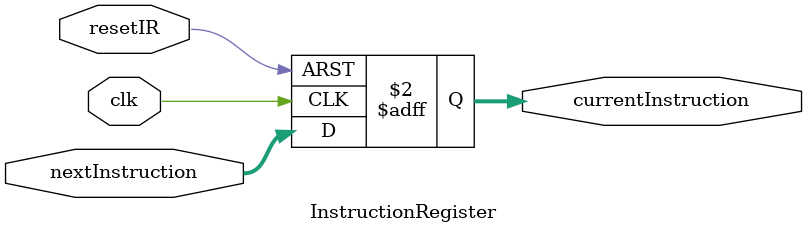
<source format=v>
`timescale 1ns / 1ps

module InstructionRegister(
	/****** Inputs ******/
	clk, // processor clk
	resetIR, // sets IR to 32'b0: nop
	nextInstruction,

	/****** Outputs ******/
	currentInstruction
);
	
	input clk;
	input resetIR;
	input [31:0] nextInstruction;
	output reg [31:0] currentInstruction;

	always @(posedge clk, posedge resetIR) begin
		if(resetIR) begin
			currentInstruction <= 32'b0;
		end
		else begin
			currentInstruction <= nextInstruction;
		end
	end

endmodule

</source>
